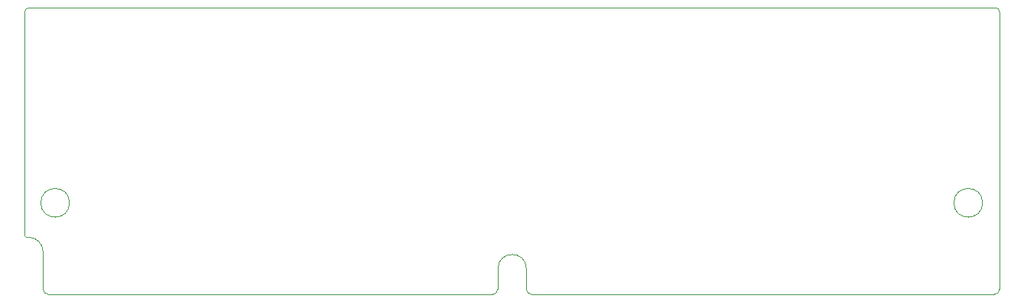
<source format=gm1>
G04 #@! TF.GenerationSoftware,KiCad,Pcbnew,7.0.9*
G04 #@! TF.CreationDate,2024-01-22T22:35:46+01:00*
G04 #@! TF.ProjectId,simm72,73696d6d-3732-42e6-9b69-6361645f7063,A*
G04 #@! TF.SameCoordinates,Original*
G04 #@! TF.FileFunction,Profile,NP*
%FSLAX46Y46*%
G04 Gerber Fmt 4.6, Leading zero omitted, Abs format (unit mm)*
G04 Created by KiCad (PCBNEW 7.0.9) date 2024-01-22 22:35:46*
%MOMM*%
%LPD*%
G01*
G04 APERTURE LIST*
G04 #@! TA.AperFunction,Profile*
%ADD10C,0.050000*%
G04 #@! TD*
G04 APERTURE END LIST*
D10*
X51533000Y-83669600D02*
G75*
G03*
X51025000Y-84177600I0J-508000D01*
G01*
X158975000Y-84177600D02*
G75*
G03*
X158467000Y-83669600I-508000J0D01*
G01*
X158975000Y-84177600D02*
X158975800Y-102745000D01*
X51025000Y-84177600D02*
X51025800Y-102745000D01*
X158467000Y-83669600D02*
X51533000Y-83669600D01*
X51025800Y-102745000D02*
X51025800Y-108841000D01*
X51279800Y-109095000D02*
X51485800Y-109099793D01*
X53055800Y-114810000D02*
X53055800Y-110665000D01*
X102791000Y-115445000D02*
X53690800Y-115445000D01*
X103426000Y-114810000D02*
X103426000Y-112574800D01*
X106575600Y-114810000D02*
X106575600Y-112574800D01*
X107210600Y-115445000D02*
X157705800Y-115445000D01*
X158340800Y-115445000D02*
X157705800Y-115445000D01*
X158975800Y-102745000D02*
X158975800Y-114175000D01*
X158975800Y-114810000D02*
X158975800Y-114175000D01*
X51025800Y-108841000D02*
G75*
G03*
X51279800Y-109095000I254000J0D01*
G01*
X53055800Y-110665000D02*
G75*
G03*
X51485800Y-109099793I-1570000J-4800D01*
G01*
X53055800Y-114810000D02*
G75*
G03*
X53690800Y-115445000I635000J0D01*
G01*
X106575600Y-112574800D02*
G75*
G03*
X103426000Y-112574800I-1574800J0D01*
G01*
X102791000Y-115445000D02*
G75*
G03*
X103426000Y-114810000I0J635000D01*
G01*
X106575600Y-114810000D02*
G75*
G03*
X107210600Y-115445000I635000J0D01*
G01*
X158340800Y-115445000D02*
G75*
G03*
X158975800Y-114810000I0J635000D01*
G01*
X55995324Y-105285000D02*
G75*
G03*
X55995324Y-105285000I-1589524J0D01*
G01*
X157086000Y-105285000D02*
G75*
G03*
X157086000Y-105285000I-1590000J0D01*
G01*
M02*

</source>
